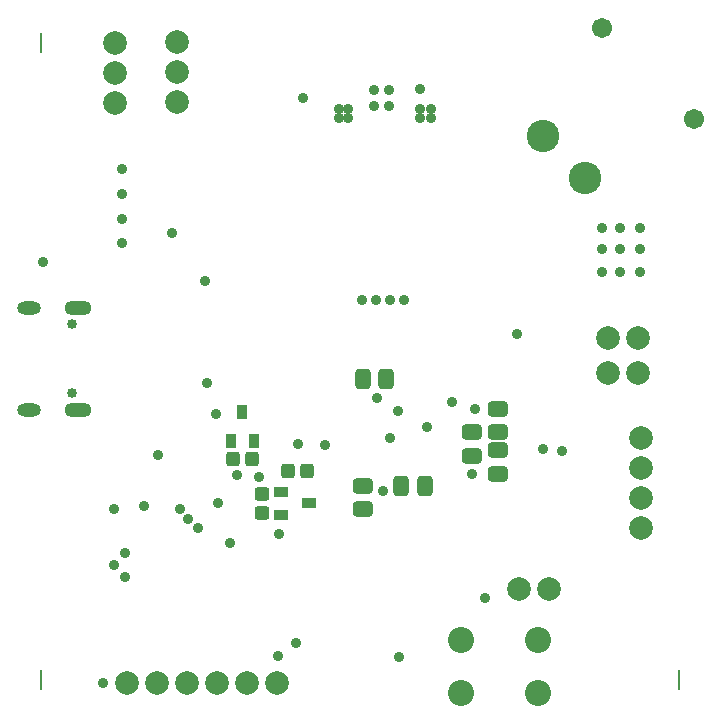
<source format=gbs>
G04*
G04 #@! TF.GenerationSoftware,Altium Limited,Altium Designer,24.4.1 (13)*
G04*
G04 Layer_Color=16711935*
%FSLAX25Y25*%
%MOIN*%
G70*
G04*
G04 #@! TF.SameCoordinates,4848AC28-F08C-4A73-8BB8-69E0F556E231*
G04*
G04*
G04 #@! TF.FilePolarity,Negative*
G04*
G01*
G75*
G04:AMPARAMS|DCode=60|XSize=65.09mil|YSize=51.31mil|CornerRadius=9.41mil|HoleSize=0mil|Usage=FLASHONLY|Rotation=180.000|XOffset=0mil|YOffset=0mil|HoleType=Round|Shape=RoundedRectangle|*
%AMROUNDEDRECTD60*
21,1,0.06509,0.03248,0,0,180.0*
21,1,0.04626,0.05131,0,0,180.0*
1,1,0.01883,-0.02313,0.01624*
1,1,0.01883,0.02313,0.01624*
1,1,0.01883,0.02313,-0.01624*
1,1,0.01883,-0.02313,-0.01624*
%
%ADD60ROUNDEDRECTD60*%
G04:AMPARAMS|DCode=61|XSize=65.09mil|YSize=51.31mil|CornerRadius=9.41mil|HoleSize=0mil|Usage=FLASHONLY|Rotation=270.000|XOffset=0mil|YOffset=0mil|HoleType=Round|Shape=RoundedRectangle|*
%AMROUNDEDRECTD61*
21,1,0.06509,0.03248,0,0,270.0*
21,1,0.04626,0.05131,0,0,270.0*
1,1,0.01883,-0.01624,-0.02313*
1,1,0.01883,-0.01624,0.02313*
1,1,0.01883,0.01624,0.02313*
1,1,0.01883,0.01624,-0.02313*
%
%ADD61ROUNDEDRECTD61*%
G04:AMPARAMS|DCode=64|XSize=47.37mil|YSize=45.4mil|CornerRadius=8.68mil|HoleSize=0mil|Usage=FLASHONLY|Rotation=90.000|XOffset=0mil|YOffset=0mil|HoleType=Round|Shape=RoundedRectangle|*
%AMROUNDEDRECTD64*
21,1,0.04737,0.02805,0,0,90.0*
21,1,0.03002,0.04540,0,0,90.0*
1,1,0.01735,0.01403,0.01501*
1,1,0.01735,0.01403,-0.01501*
1,1,0.01735,-0.01403,-0.01501*
1,1,0.01735,-0.01403,0.01501*
%
%ADD64ROUNDEDRECTD64*%
G04:AMPARAMS|DCode=67|XSize=47.37mil|YSize=45.4mil|CornerRadius=8.68mil|HoleSize=0mil|Usage=FLASHONLY|Rotation=0.000|XOffset=0mil|YOffset=0mil|HoleType=Round|Shape=RoundedRectangle|*
%AMROUNDEDRECTD67*
21,1,0.04737,0.02805,0,0,0.0*
21,1,0.03002,0.04540,0,0,0.0*
1,1,0.01735,0.01501,-0.01403*
1,1,0.01735,-0.01501,-0.01403*
1,1,0.01735,-0.01501,0.01403*
1,1,0.01735,0.01501,0.01403*
%
%ADD67ROUNDEDRECTD67*%
%ADD86C,0.07887*%
%ADD87C,0.03359*%
%ADD88O,0.07887X0.04343*%
%ADD89O,0.09068X0.04934*%
%ADD90C,0.10839*%
%ADD91C,0.06706*%
%ADD92C,0.08674*%
%ADD93O,0.00800X0.06800*%
%ADD94C,0.03556*%
%ADD113R,0.03556X0.04737*%
%ADD114R,0.04737X0.03556*%
D60*
X273622Y212598D02*
D03*
Y204724D02*
D03*
X282480Y212598D02*
D03*
Y220472D02*
D03*
X237205Y187008D02*
D03*
Y194882D02*
D03*
X282480Y206693D02*
D03*
Y198819D02*
D03*
D61*
X257874Y194882D02*
D03*
X250000D02*
D03*
X237205Y230315D02*
D03*
X245079D02*
D03*
D64*
X193952Y203724D02*
D03*
X200251D02*
D03*
X218701Y199803D02*
D03*
X212402D02*
D03*
D67*
X203740Y192126D02*
D03*
Y185827D02*
D03*
D86*
X328898Y244094D02*
D03*
X154724Y332283D02*
D03*
Y342284D02*
D03*
X328898Y232283D02*
D03*
X318898D02*
D03*
X329921Y210709D02*
D03*
Y200709D02*
D03*
X318898Y244094D02*
D03*
X154724Y322284D02*
D03*
X299213Y160433D02*
D03*
X289213D02*
D03*
X208661Y128937D02*
D03*
X198661Y128957D02*
D03*
X188661Y128937D02*
D03*
X178661D02*
D03*
X329921Y190709D02*
D03*
X168661Y128937D02*
D03*
X158661D02*
D03*
X329921Y180709D02*
D03*
X175197Y342677D02*
D03*
Y332677D02*
D03*
Y322677D02*
D03*
D87*
X140472Y248583D02*
D03*
Y225827D02*
D03*
D88*
X125984Y220197D02*
D03*
Y254213D02*
D03*
D89*
X142441Y220197D02*
D03*
Y254213D02*
D03*
D90*
X297448Y311368D02*
D03*
X311368Y297448D02*
D03*
D91*
X347558Y316935D02*
D03*
X316935Y347558D02*
D03*
D92*
X295497Y125812D02*
D03*
X269906D02*
D03*
X295497Y143528D02*
D03*
X269906D02*
D03*
D93*
X129921Y342520D02*
D03*
Y129921D02*
D03*
X342520D02*
D03*
D94*
X188976Y188976D02*
D03*
X246063Y321457D02*
D03*
X240843D02*
D03*
X246063Y326677D02*
D03*
X240843D02*
D03*
X157087Y300394D02*
D03*
X288583Y245276D02*
D03*
X303543Y206299D02*
D03*
X184646Y262992D02*
D03*
X195276Y198425D02*
D03*
X130709Y269291D02*
D03*
X157087Y275590D02*
D03*
X224803Y208268D02*
D03*
X185433Y229134D02*
D03*
X241914Y224078D02*
D03*
X248819Y219685D02*
D03*
X214961Y142520D02*
D03*
X208858Y138226D02*
D03*
X246457Y210630D02*
D03*
X258661Y214567D02*
D03*
X157874Y172441D02*
D03*
Y164567D02*
D03*
X173622Y279134D02*
D03*
X297244Y207087D02*
D03*
X154331Y187008D02*
D03*
X188189Y218898D02*
D03*
X215748Y208661D02*
D03*
X168898Y205118D02*
D03*
X157087Y283858D02*
D03*
X202756Y197638D02*
D03*
X259879Y320472D02*
D03*
X274606Y220472D02*
D03*
X256299Y327165D02*
D03*
Y320472D02*
D03*
X266828Y222597D02*
D03*
X244094Y192913D02*
D03*
X232299Y320488D02*
D03*
X229331D02*
D03*
X232283Y317520D02*
D03*
X259842Y317323D02*
D03*
X273622Y198819D02*
D03*
X229315Y317520D02*
D03*
X256299Y317323D02*
D03*
X250919Y256693D02*
D03*
X246325D02*
D03*
X241732D02*
D03*
X237139D02*
D03*
X157087Y292126D02*
D03*
X154331Y168504D02*
D03*
X329724Y265945D02*
D03*
Y273819D02*
D03*
X322835D02*
D03*
X329724Y280709D02*
D03*
X209449Y178740D02*
D03*
X192913Y175856D02*
D03*
X182283Y180709D02*
D03*
X179134Y183858D02*
D03*
X176181Y187008D02*
D03*
X164370Y187992D02*
D03*
X150591Y128937D02*
D03*
X249213Y137795D02*
D03*
X277953Y157480D02*
D03*
X322835Y280709D02*
D03*
X316929Y265945D02*
D03*
X322835D02*
D03*
X316929Y273819D02*
D03*
X217323Y324016D02*
D03*
X316929Y280709D02*
D03*
D113*
X197101Y219276D02*
D03*
X193361Y209827D02*
D03*
X200841D02*
D03*
D114*
X219291Y188976D02*
D03*
X209842Y192717D02*
D03*
Y185236D02*
D03*
M02*

</source>
